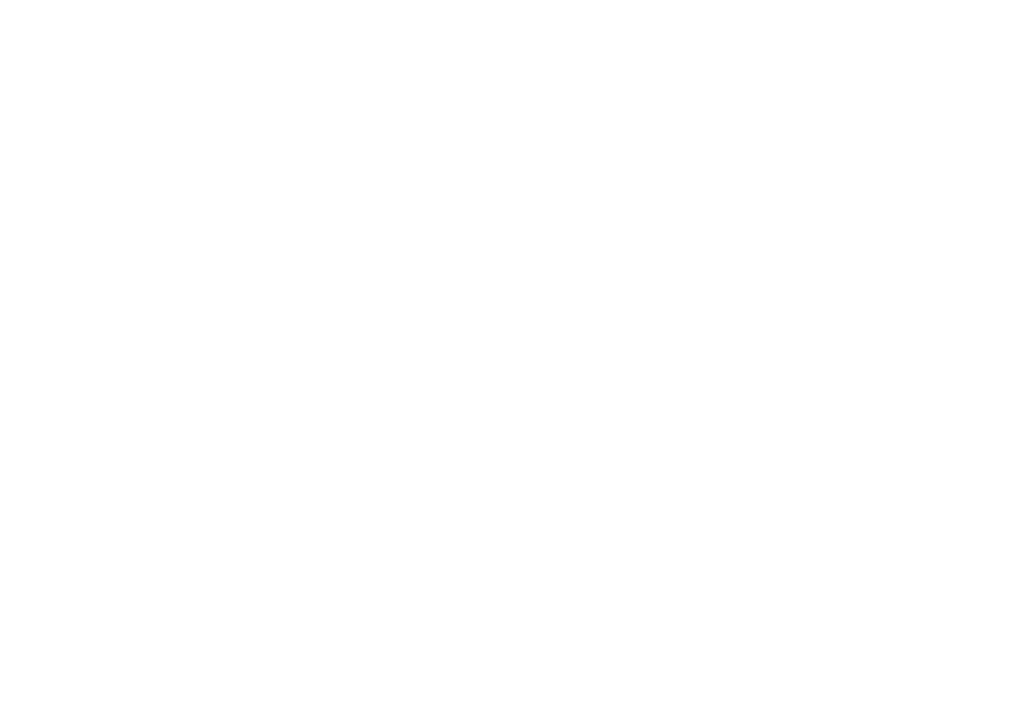
<source format=kicad_sch>
(kicad_sch
	(version 20231120)
	(generator "eeschema")
	(generator_version "8.0")
	(uuid "2f882a0d-87fa-4c88-bb1c-ec20c0886d76")
	(paper "A5")
	(lib_symbols)
)

</source>
